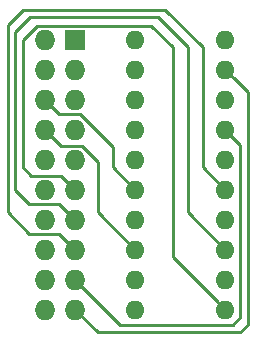
<source format=gbr>
G04 #@! TF.FileFunction,Copper,L2,Bot,Signal*
%FSLAX46Y46*%
G04 Gerber Fmt 4.6, Leading zero omitted, Abs format (unit mm)*
G04 Created by KiCad (PCBNEW 4.0.2-stable) date 29.09.2016 11:58:04*
%MOMM*%
G01*
G04 APERTURE LIST*
%ADD10C,0.100000*%
%ADD11R,1.727200X1.727200*%
%ADD12O,1.727200X1.727200*%
%ADD13O,1.600000X1.600000*%
%ADD14C,0.250000*%
G04 APERTURE END LIST*
D10*
D11*
X144780000Y-104140000D03*
D12*
X142240000Y-104140000D03*
X144780000Y-106680000D03*
X142240000Y-106680000D03*
X144780000Y-109220000D03*
X142240000Y-109220000D03*
X144780000Y-111760000D03*
X142240000Y-111760000D03*
X144780000Y-114300000D03*
X142240000Y-114300000D03*
X144780000Y-116840000D03*
X142240000Y-116840000D03*
X144780000Y-119380000D03*
X142240000Y-119380000D03*
X144780000Y-121920000D03*
X142240000Y-121920000D03*
X144780000Y-124460000D03*
X142240000Y-124460000D03*
X144780000Y-127000000D03*
X142240000Y-127000000D03*
D13*
X149860000Y-104140000D03*
X149860000Y-106680000D03*
X149860000Y-109220000D03*
X149860000Y-111760000D03*
X149860000Y-114300000D03*
X149860000Y-116840000D03*
X149860000Y-119380000D03*
X149860000Y-121920000D03*
X149860000Y-124460000D03*
X149860000Y-127000000D03*
X157480000Y-127000000D03*
X157480000Y-124460000D03*
X157480000Y-121920000D03*
X157480000Y-119380000D03*
X157480000Y-116840000D03*
X157480000Y-114300000D03*
X157480000Y-111760000D03*
X157480000Y-109220000D03*
X157480000Y-106680000D03*
X157480000Y-104140000D03*
D14*
X147955000Y-113175870D02*
X147955000Y-114935000D01*
X147955000Y-114935000D02*
X149860000Y-116840000D01*
X142240000Y-109220000D02*
X143428601Y-110408601D01*
X143428601Y-110408601D02*
X145187731Y-110408601D01*
X145187731Y-110408601D02*
X147955000Y-113175870D01*
X146685000Y-114445870D02*
X146685000Y-118745000D01*
X146685000Y-118745000D02*
X149860000Y-121920000D01*
X142240000Y-111760000D02*
X143591399Y-113111399D01*
X143591399Y-113111399D02*
X145350529Y-113111399D01*
X145350529Y-113111399D02*
X146685000Y-114445870D01*
X144780000Y-116840000D02*
X143591399Y-115651399D01*
X151211399Y-102951399D02*
X153035000Y-104775000D01*
X143591399Y-115651399D02*
X141051399Y-115651399D01*
X141051399Y-115651399D02*
X140335000Y-114935000D01*
X140335000Y-114935000D02*
X140335000Y-104140000D01*
X140335000Y-104140000D02*
X141523601Y-102951399D01*
X141523601Y-102951399D02*
X151211399Y-102951399D01*
X153035000Y-104775000D02*
X153035000Y-122555000D01*
X153035000Y-122555000D02*
X156680001Y-126200001D01*
X156680001Y-126200001D02*
X157480000Y-127000000D01*
X144780000Y-119380000D02*
X143428601Y-118028601D01*
X143428601Y-118028601D02*
X140888601Y-118028601D01*
X140888601Y-118028601D02*
X139700000Y-116840000D01*
X139700000Y-116840000D02*
X139700000Y-103505000D01*
X140970000Y-102235000D02*
X151765000Y-102235000D01*
X139700000Y-103505000D02*
X140970000Y-102235000D01*
X151765000Y-102235000D02*
X154305000Y-104775000D01*
X154305000Y-104775000D02*
X154305000Y-118745000D01*
X154305000Y-118745000D02*
X157480000Y-121920000D01*
X144780000Y-121920000D02*
X143428601Y-120568601D01*
X143428601Y-120568601D02*
X140888601Y-120568601D01*
X140888601Y-120568601D02*
X139065000Y-118745000D01*
X139065000Y-118745000D02*
X139065000Y-102870000D01*
X139065000Y-102870000D02*
X140335000Y-101600000D01*
X140335000Y-101600000D02*
X152400000Y-101600000D01*
X152400000Y-101600000D02*
X155575000Y-104775000D01*
X155575000Y-104775000D02*
X155575000Y-114935000D01*
X155575000Y-114935000D02*
X157480000Y-116840000D01*
X144780000Y-124460000D02*
X148590000Y-128270000D01*
X148590000Y-128270000D02*
X158115000Y-128270000D01*
X158115000Y-128270000D02*
X158750000Y-127635000D01*
X158750000Y-127635000D02*
X158750000Y-113030000D01*
X158750000Y-113030000D02*
X157480000Y-111760000D01*
X144780000Y-127000000D02*
X146685000Y-128905000D01*
X146685000Y-128905000D02*
X158750000Y-128905000D01*
X158750000Y-128905000D02*
X159385000Y-128270000D01*
X159385000Y-128270000D02*
X159385000Y-108585000D01*
X159385000Y-108585000D02*
X158279999Y-107479999D01*
X158279999Y-107479999D02*
X157480000Y-106680000D01*
M02*

</source>
